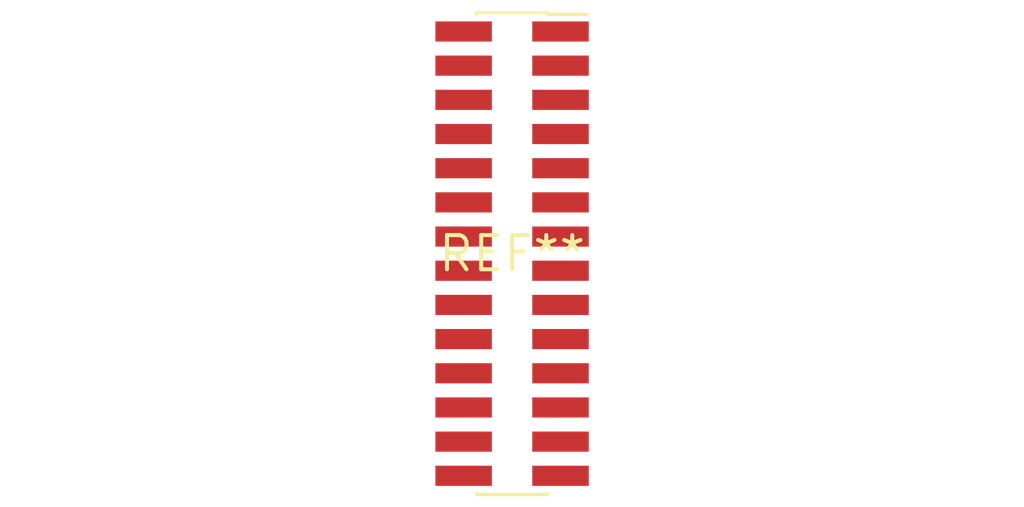
<source format=kicad_pcb>
(kicad_pcb (version 20240108) (generator pcbnew)
  (layers (0 "F.Cu" signal) (31 "B.Cu" signal) (34 "B.Paste" user) (35 "F.Paste" user) (36 "B.SilkS" user "B.Silkscreen") (37 "F.SilkS" user "F.Silkscreen") (38 "B.Mask" user) (39 "F.Mask" user) (44 "Edge.Cuts" user))
  (net 0 "")
  (footprint "PinSocket_2x14_P1.27mm_Vertical_SMD" (layer "F.Cu") (at 0 0)
    (property "Reference" "REF**")
    (property "Value" "PinSocket_2x14_P1.27mm_Vertical_SMD")
    (fp_line (start -1.33 -8.95) (end -1.33 -8.89) (layer "F.SilkS") (stroke (width 0.12)))
    (fp_line (start -1.33 -8.95) (end 1.33 -8.95) (layer "F.SilkS") (stroke (width 0.12)))
    (fp_line (start -1.33 8.89) (end -1.33 8.95) (layer "F.SilkS") (stroke (width 0.12)))
    (fp_line (start -1.33 8.95) (end 1.33 8.95) (layer "F.SilkS") (stroke (width 0.12)))
    (fp_line (start 1.33 -8.95) (end 1.33 -8.89) (layer "F.SilkS") (stroke (width 0.12)))
    (fp_line (start 1.33 -8.89) (end 2.79 -8.89) (layer "F.SilkS") (stroke (width 0.12)))
    (fp_line (start 1.33 8.89) (end 1.33 8.95) (layer "F.SilkS") (stroke (width 0.12)))
    (pad "1" smd rect (at 1.8 -8.255) (size 2.1 0.75) (layers "F.Cu" "F.Paste" "F.Mask"))
    (pad "2" smd rect (at -1.8 -8.255) (size 2.1 0.75) (layers "F.Cu" "F.Paste" "F.Mask"))
    (pad "3" smd rect (at 1.8 -6.985) (size 2.1 0.75) (layers "F.Cu" "F.Paste" "F.Mask"))
    (pad "4" smd rect (at -1.8 -6.985) (size 2.1 0.75) (layers "F.Cu" "F.Paste" "F.Mask"))
    (pad "5" smd rect (at 1.8 -5.715) (size 2.1 0.75) (layers "F.Cu" "F.Paste" "F.Mask"))
    (pad "6" smd rect (at -1.8 -5.715) (size 2.1 0.75) (layers "F.Cu" "F.Paste" "F.Mask"))
    (pad "7" smd rect (at 1.8 -4.445) (size 2.1 0.75) (layers "F.Cu" "F.Paste" "F.Mask"))
    (pad "8" smd rect (at -1.8 -4.445) (size 2.1 0.75) (layers "F.Cu" "F.Paste" "F.Mask"))
    (pad "9" smd rect (at 1.8 -3.175) (size 2.1 0.75) (layers "F.Cu" "F.Paste" "F.Mask"))
    (pad "10" smd rect (at -1.8 -3.175) (size 2.1 0.75) (layers "F.Cu" "F.Paste" "F.Mask"))
    (pad "11" smd rect (at 1.8 -1.905) (size 2.1 0.75) (layers "F.Cu" "F.Paste" "F.Mask"))
    (pad "12" smd rect (at -1.8 -1.905) (size 2.1 0.75) (layers "F.Cu" "F.Paste" "F.Mask"))
    (pad "13" smd rect (at 1.8 -0.635) (size 2.1 0.75) (layers "F.Cu" "F.Paste" "F.Mask"))
    (pad "14" smd rect (at -1.8 -0.635) (size 2.1 0.75) (layers "F.Cu" "F.Paste" "F.Mask"))
    (pad "15" smd rect (at 1.8 0.635) (size 2.1 0.75) (layers "F.Cu" "F.Paste" "F.Mask"))
    (pad "16" smd rect (at -1.8 0.635) (size 2.1 0.75) (layers "F.Cu" "F.Paste" "F.Mask"))
    (pad "17" smd rect (at 1.8 1.905) (size 2.1 0.75) (layers "F.Cu" "F.Paste" "F.Mask"))
    (pad "18" smd rect (at -1.8 1.905) (size 2.1 0.75) (layers "F.Cu" "F.Paste" "F.Mask"))
    (pad "19" smd rect (at 1.8 3.175) (size 2.1 0.75) (layers "F.Cu" "F.Paste" "F.Mask"))
    (pad "20" smd rect (at -1.8 3.175) (size 2.1 0.75) (layers "F.Cu" "F.Paste" "F.Mask"))
    (pad "21" smd rect (at 1.8 4.445) (size 2.1 0.75) (layers "F.Cu" "F.Paste" "F.Mask"))
    (pad "22" smd rect (at -1.8 4.445) (size 2.1 0.75) (layers "F.Cu" "F.Paste" "F.Mask"))
    (pad "23" smd rect (at 1.8 5.715) (size 2.1 0.75) (layers "F.Cu" "F.Paste" "F.Mask"))
    (pad "24" smd rect (at -1.8 5.715) (size 2.1 0.75) (layers "F.Cu" "F.Paste" "F.Mask"))
    (pad "25" smd rect (at 1.8 6.985) (size 2.1 0.75) (layers "F.Cu" "F.Paste" "F.Mask"))
    (pad "26" smd rect (at -1.8 6.985) (size 2.1 0.75) (layers "F.Cu" "F.Paste" "F.Mask"))
    (pad "27" smd rect (at 1.8 8.255) (size 2.1 0.75) (layers "F.Cu" "F.Paste" "F.Mask"))
    (pad "28" smd rect (at -1.8 8.255) (size 2.1 0.75) (layers "F.Cu" "F.Paste" "F.Mask"))
  )
)
</source>
